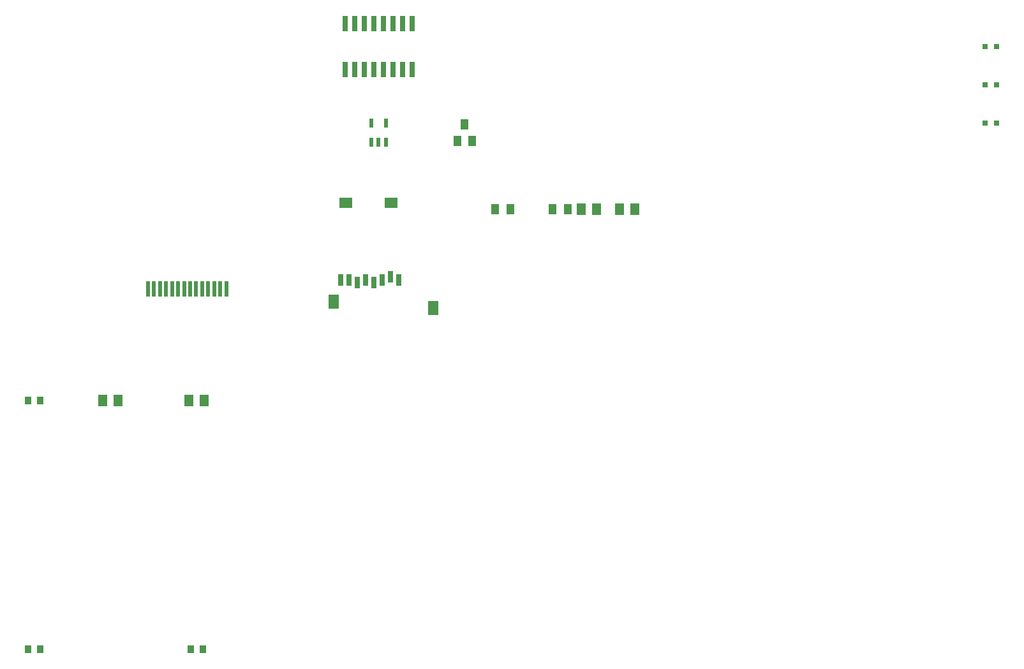
<source format=gbr>
G04 EAGLE Gerber RS-274X export*
G75*
%MOMM*%
%FSLAX34Y34*%
%LPD*%
%INSolderpaste Top*%
%IPPOS*%
%AMOC8*
5,1,8,0,0,1.08239X$1,22.5*%
G01*
%ADD10R,0.800000X0.800000*%
%ADD11R,0.949959X1.031241*%
%ADD12R,0.500000X2.000000*%
%ADD13R,0.660400X2.032000*%
%ADD14R,1.400000X1.900000*%
%ADD15R,1.800000X1.400000*%
%ADD16R,0.700000X1.500000*%
%ADD17R,0.550000X1.200000*%
%ADD18R,1.100000X1.400000*%
%ADD19R,1.000000X1.400000*%
%ADD20R,1.300000X1.600000*%


D10*
X1338700Y889000D03*
X1353700Y889000D03*
X1338700Y838200D03*
X1353700Y838200D03*
X1338700Y787400D03*
X1353700Y787400D03*
D11*
X284099Y88900D03*
X300101Y88900D03*
X68199Y88900D03*
X84201Y88900D03*
D12*
X235400Y567500D03*
X243400Y567500D03*
X251400Y567500D03*
X259400Y567500D03*
X267400Y567500D03*
X275400Y567500D03*
X283400Y567500D03*
X291400Y567500D03*
X299400Y567500D03*
X307400Y567500D03*
X315400Y567500D03*
X323400Y567500D03*
X331400Y567500D03*
X227400Y567500D03*
D13*
X488950Y858266D03*
X488950Y919734D03*
X501650Y858266D03*
X514350Y858266D03*
X501650Y919734D03*
X514350Y919734D03*
X527050Y858266D03*
X527050Y919734D03*
X539750Y858266D03*
X539750Y919734D03*
X552450Y858266D03*
X565150Y858266D03*
X552450Y919734D03*
X565150Y919734D03*
X577850Y858266D03*
X577850Y919734D03*
D14*
X473900Y550400D03*
X605900Y541400D03*
D15*
X489900Y681400D03*
X549900Y681400D03*
D16*
X482900Y579400D03*
X493900Y579400D03*
X504900Y575400D03*
X515900Y579400D03*
X526900Y575400D03*
X537900Y579400D03*
X548900Y583400D03*
X559900Y579400D03*
D17*
X523900Y761700D03*
X533400Y761700D03*
X542900Y761700D03*
X542900Y787700D03*
X523900Y787700D03*
D18*
X688500Y673100D03*
X708500Y673100D03*
D19*
X647700Y785700D03*
X657200Y763700D03*
X638200Y763700D03*
D18*
X764700Y673100D03*
X784700Y673100D03*
D20*
X167800Y419100D03*
X187800Y419100D03*
X282100Y419100D03*
X302100Y419100D03*
X802800Y673100D03*
X822800Y673100D03*
X853600Y673100D03*
X873600Y673100D03*
D11*
X68199Y419100D03*
X84201Y419100D03*
M02*

</source>
